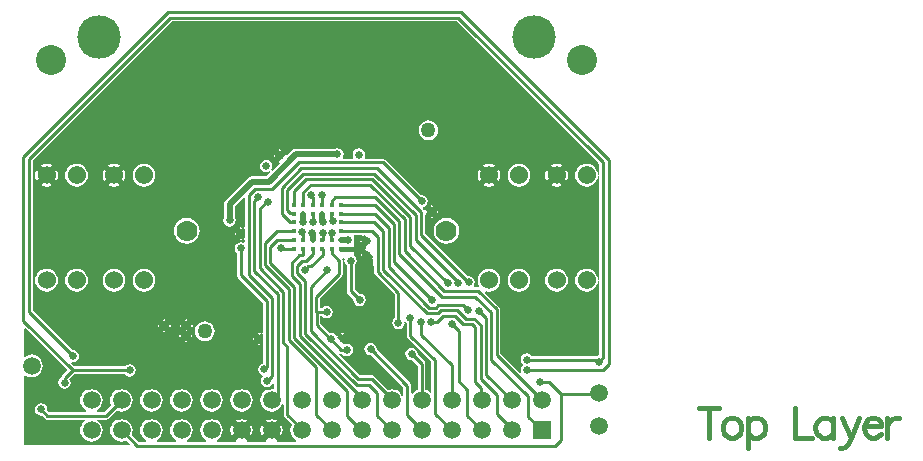
<source format=gtl>
%FSLAX23Y23*%
%MOIN*%
G70*
G01*
G75*
G04 Layer_Physical_Order=1*
G04 Layer_Color=255*
%ADD10C,0.016*%
%ADD11C,0.010*%
%ADD12C,0.020*%
%ADD13C,0.018*%
%ADD14C,0.015*%
%ADD15C,0.100*%
%ADD16C,0.145*%
%ADD17C,0.050*%
%ADD18C,0.070*%
%ADD19C,0.060*%
%ADD20O,0.060X0.061*%
%ADD21C,0.059*%
%ADD22C,0.059*%
%ADD23R,0.059X0.059*%
%ADD24C,0.025*%
G36*
X1153Y721D02*
X1159Y725D01*
X1162Y726D01*
X1174Y713D01*
X1167Y706D01*
X1174Y699D01*
X1162Y686D01*
X1166Y685D01*
Y680D01*
X1163Y680D01*
X1175Y667D01*
X1188Y655D01*
X1187Y652D01*
X1184Y648D01*
X1189Y646D01*
X1191Y603D01*
X1191Y603D01*
Y603D01*
X1191Y603D01*
X1191Y603D01*
Y603D01*
X1191D01*
X1192Y598D01*
X1195Y594D01*
X1260Y529D01*
Y449D01*
X1258Y448D01*
X1254Y441D01*
X1252Y433D01*
X1254Y425D01*
X1258Y418D01*
X1265Y414D01*
X1273Y412D01*
X1281Y414D01*
X1288Y418D01*
X1292Y425D01*
X1294Y433D01*
X1293Y435D01*
X1296Y436D01*
X1300Y433D01*
Y391D01*
X1301Y386D01*
X1304Y382D01*
X1383Y303D01*
Y202D01*
X1378Y200D01*
X1377Y202D01*
X1369Y208D01*
X1363Y210D01*
Y296D01*
X1362Y301D01*
X1360Y306D01*
X1360Y306D01*
X1360D01*
Y306D01*
X1360Y306D01*
X1360Y306D01*
X1337Y328D01*
X1338Y330D01*
X1336Y338D01*
X1332Y344D01*
X1325Y349D01*
X1317Y350D01*
X1309Y349D01*
X1302Y344D01*
X1298Y338D01*
X1296Y330D01*
X1298Y322D01*
X1302Y315D01*
X1309Y311D01*
X1317Y309D01*
X1319Y309D01*
X1337Y291D01*
Y210D01*
X1331Y208D01*
X1324Y202D01*
X1320Y197D01*
X1315Y198D01*
Y224D01*
X1314Y229D01*
X1311Y234D01*
X1311Y234D01*
X1311D01*
Y234D01*
X1311Y234D01*
X1311Y234D01*
X1200Y345D01*
X1201Y346D01*
X1199Y354D01*
X1195Y361D01*
X1188Y366D01*
X1180Y367D01*
X1172Y366D01*
X1165Y361D01*
X1161Y354D01*
X1159Y346D01*
X1161Y339D01*
X1165Y332D01*
X1172Y327D01*
X1180Y326D01*
X1182Y326D01*
X1289Y219D01*
Y192D01*
X1284Y191D01*
X1283Y194D01*
X1277Y202D01*
X1269Y208D01*
X1260Y211D01*
X1250Y213D01*
X1241Y211D01*
X1239Y211D01*
X1195Y254D01*
X1191Y257D01*
X1186Y258D01*
X1145D01*
X1075Y328D01*
X1078Y332D01*
X1083Y331D01*
X1085D01*
X1086Y328D01*
X1093Y324D01*
X1101Y322D01*
X1109Y324D01*
X1116Y328D01*
X1120Y335D01*
X1122Y343D01*
X1120Y351D01*
X1116Y358D01*
X1109Y362D01*
X1103Y363D01*
X1103Y364D01*
X1102Y364D01*
X1101Y364D01*
X1093Y362D01*
X1092Y361D01*
X1081Y372D01*
X1068Y384D01*
X1069Y387D01*
X1070Y389D01*
X1065D01*
X1062Y395D01*
X1055Y399D01*
X1047Y401D01*
X1044Y400D01*
X1013Y431D01*
Y456D01*
X1018D01*
X1019Y454D01*
X1026Y450D01*
X1034Y448D01*
X1042Y450D01*
X1049Y454D01*
X1053Y461D01*
X1055Y469D01*
X1053Y477D01*
X1049Y484D01*
X1042Y488D01*
X1034Y490D01*
X1026Y488D01*
X1019Y484D01*
X1018Y482D01*
X1011D01*
Y514D01*
X1083Y586D01*
X1083Y586D01*
X1083Y586D01*
X1086Y590D01*
X1087Y595D01*
Y641D01*
X1086Y646D01*
X1087Y648D01*
X1092Y649D01*
X1095Y646D01*
X1093Y641D01*
X1095Y633D01*
X1100Y626D01*
X1101Y625D01*
Y539D01*
X1101Y539D01*
X1101D01*
X1102Y534D01*
X1105Y530D01*
X1123Y512D01*
X1123Y510D01*
X1125Y502D01*
X1129Y495D01*
X1136Y491D01*
X1144Y489D01*
X1152Y491D01*
X1158Y495D01*
X1163Y502D01*
X1164Y510D01*
X1163Y518D01*
X1158Y525D01*
X1152Y529D01*
X1144Y531D01*
X1142Y530D01*
X1127Y545D01*
Y625D01*
X1129Y626D01*
X1133Y633D01*
X1135Y641D01*
X1133Y649D01*
X1129Y655D01*
X1125Y658D01*
Y703D01*
X1126Y709D01*
X1125Y715D01*
Y725D01*
X1133D01*
X1138Y726D01*
X1138Y726D01*
X1152D01*
X1153Y721D01*
D02*
G37*
G36*
X1943Y962D02*
Y927D01*
X1938Y927D01*
X1937Y935D01*
X1933Y944D01*
X1927Y952D01*
X1919Y958D01*
X1910Y962D01*
X1900Y964D01*
X1890Y962D01*
X1881Y958D01*
X1873Y952D01*
X1867Y944D01*
X1863Y935D01*
X1862Y925D01*
Y925D01*
X1863Y915D01*
X1867Y906D01*
X1873Y898D01*
X1881Y892D01*
X1890Y888D01*
X1900Y886D01*
X1910Y888D01*
X1919Y892D01*
X1927Y898D01*
X1933Y906D01*
X1937Y915D01*
X1938Y923D01*
X1943Y923D01*
Y577D01*
X1938Y577D01*
X1937Y585D01*
X1933Y594D01*
X1927Y602D01*
X1919Y608D01*
X1910Y612D01*
X1900Y614D01*
X1890Y612D01*
X1881Y608D01*
X1873Y602D01*
X1867Y594D01*
X1863Y585D01*
X1862Y575D01*
Y575D01*
X1863Y565D01*
X1867Y556D01*
X1873Y548D01*
X1881Y542D01*
X1890Y538D01*
X1900Y536D01*
X1910Y538D01*
X1919Y542D01*
X1927Y548D01*
X1933Y556D01*
X1937Y565D01*
X1938Y573D01*
X1943Y573D01*
Y325D01*
X1942Y325D01*
X1936Y324D01*
X1934Y324D01*
X1717D01*
X1716Y326D01*
X1709Y330D01*
X1701Y332D01*
X1693Y330D01*
X1686Y326D01*
X1682Y319D01*
X1680Y311D01*
X1682Y303D01*
X1686Y296D01*
X1688Y296D01*
Y290D01*
X1686Y290D01*
X1682Y283D01*
X1680Y275D01*
X1681Y269D01*
X1677Y267D01*
X1613Y330D01*
Y478D01*
X1612Y483D01*
X1609Y487D01*
X1609Y487D01*
X1609D01*
Y487D01*
X1609Y487D01*
X1609Y487D01*
X1563Y533D01*
X1565Y538D01*
X1575Y537D01*
X1585Y538D01*
X1594Y542D01*
X1602Y548D01*
X1608Y556D01*
X1612Y565D01*
X1613Y575D01*
X1612Y585D01*
X1608Y594D01*
X1602Y602D01*
X1594Y608D01*
X1585Y612D01*
X1575Y613D01*
X1565Y612D01*
X1556Y608D01*
X1548Y602D01*
X1542Y594D01*
X1538Y585D01*
X1537Y575D01*
X1538Y565D01*
X1542Y556D01*
X1539Y553D01*
X1538Y553D01*
X1526D01*
X1524Y557D01*
X1526Y560D01*
X1528Y568D01*
X1526Y576D01*
X1522Y583D01*
X1515Y587D01*
X1507Y589D01*
X1505Y588D01*
X1361Y732D01*
Y793D01*
X1366Y795D01*
X1365Y796D01*
X1364Y799D01*
X1370Y804D01*
X1364Y809D01*
X1364Y809D01*
X1359Y808D01*
X1357Y811D01*
X1354Y814D01*
X1356Y818D01*
X1358Y819D01*
X1365Y823D01*
X1369Y830D01*
X1371Y838D01*
X1369Y846D01*
X1365Y853D01*
X1358Y857D01*
X1350Y859D01*
X1348Y858D01*
X1229Y977D01*
X1225Y980D01*
X1220Y981D01*
X1162D01*
X1160Y985D01*
X1160Y986D01*
X1162Y994D01*
X1160Y1002D01*
X1156Y1009D01*
X1149Y1013D01*
X1141Y1015D01*
X1133Y1013D01*
X1126Y1009D01*
X1122Y1002D01*
X1120Y994D01*
X1122Y986D01*
X1122Y985D01*
X1120Y981D01*
X1089D01*
X1087Y985D01*
X1088Y987D01*
X1090Y995D01*
X1088Y1003D01*
X1084Y1010D01*
X1077Y1014D01*
X1069Y1016D01*
X1061Y1014D01*
X1060Y1013D01*
X932D01*
X925Y1012D01*
X919Y1008D01*
X903Y992D01*
X898Y993D01*
X898Y996D01*
X885Y984D01*
X873Y971D01*
X876Y971D01*
X877Y966D01*
X853Y941D01*
X849Y945D01*
X851Y948D01*
X853Y956D01*
X851Y964D01*
X847Y971D01*
X840Y975D01*
X832Y977D01*
X824Y975D01*
X817Y971D01*
X813Y964D01*
X811Y956D01*
X813Y948D01*
X817Y941D01*
X824Y937D01*
X832Y935D01*
X840Y937D01*
X843Y939D01*
X847Y935D01*
X833Y922D01*
X784D01*
X777Y921D01*
X771Y917D01*
X697Y843D01*
X693Y837D01*
X692Y830D01*
Y784D01*
X691Y783D01*
X689Y775D01*
X691Y767D01*
X695Y760D01*
X702Y756D01*
X710Y754D01*
X718Y756D01*
X725Y760D01*
X729Y767D01*
X731Y775D01*
X729Y783D01*
X728Y784D01*
Y822D01*
X756Y850D01*
X761Y849D01*
Y752D01*
X756Y750D01*
X761Y747D01*
Y732D01*
Y715D01*
X756Y712D01*
X761Y710D01*
Y703D01*
X756Y701D01*
X756Y701D01*
X748Y703D01*
X740Y701D01*
X733Y697D01*
X729Y690D01*
X727Y682D01*
X729Y674D01*
X733Y667D01*
X735Y666D01*
Y593D01*
X735Y593D01*
X735D01*
X736Y588D01*
X739Y584D01*
X821Y501D01*
Y401D01*
X817Y399D01*
X821Y396D01*
Y382D01*
Y364D01*
X817Y361D01*
X821Y359D01*
Y315D01*
X821Y313D01*
Y298D01*
X818Y297D01*
X811Y293D01*
X807Y286D01*
X805Y278D01*
X807Y270D01*
X811Y263D01*
X818Y259D01*
X818Y259D01*
X820Y254D01*
X816Y248D01*
X814Y240D01*
X816Y232D01*
X820Y225D01*
X827Y221D01*
X835Y219D01*
X843Y221D01*
X850Y225D01*
X853Y230D01*
X858Y229D01*
Y215D01*
X854Y212D01*
X850Y213D01*
X840Y211D01*
X831Y208D01*
X823Y202D01*
X817Y194D01*
X814Y185D01*
X812Y175D01*
X814Y165D01*
X817Y156D01*
X823Y148D01*
X831Y142D01*
X840Y139D01*
X850Y137D01*
X860Y139D01*
X869Y142D01*
X877Y148D01*
X883Y156D01*
X885Y162D01*
X890Y161D01*
Y127D01*
X890Y127D01*
X890D01*
X891Y122D01*
X894Y118D01*
X917Y94D01*
X917Y94D01*
X914Y85D01*
X912Y75D01*
X914Y65D01*
X917Y56D01*
X923Y48D01*
X931Y42D01*
X932Y42D01*
X931Y37D01*
X869D01*
X868Y42D01*
X869Y42D01*
X850Y61D01*
X831Y42D01*
X832Y42D01*
X831Y37D01*
X769D01*
X768Y42D01*
X769Y42D01*
X750Y61D01*
X731Y42D01*
X732Y42D01*
X731Y37D01*
X669D01*
X668Y42D01*
X669Y42D01*
X677Y48D01*
X683Y56D01*
X686Y65D01*
X688Y75D01*
X686Y85D01*
X683Y94D01*
X677Y102D01*
X669Y108D01*
X660Y111D01*
X650Y113D01*
X640Y111D01*
X631Y108D01*
X623Y102D01*
X617Y94D01*
X614Y85D01*
X612Y75D01*
X614Y65D01*
X617Y56D01*
X623Y48D01*
X631Y42D01*
X632Y42D01*
X631Y37D01*
X569D01*
X568Y42D01*
X569Y42D01*
X576Y48D01*
X582Y56D01*
X586Y65D01*
X587Y75D01*
X586Y85D01*
X582Y94D01*
X576Y102D01*
X569Y108D01*
X559Y111D01*
X550Y113D01*
X540Y111D01*
X531Y108D01*
X523Y102D01*
X517Y94D01*
X513Y85D01*
X512Y75D01*
X513Y65D01*
X517Y56D01*
X523Y48D01*
X531Y42D01*
X532Y42D01*
X531Y37D01*
X469D01*
X468Y42D01*
X469Y42D01*
X476Y48D01*
X482Y56D01*
X486Y65D01*
X487Y75D01*
X486Y85D01*
X482Y94D01*
X476Y102D01*
X469Y108D01*
X459Y111D01*
X450Y113D01*
X440Y111D01*
X431Y108D01*
X423Y102D01*
X417Y94D01*
X413Y85D01*
X412Y75D01*
X413Y65D01*
X417Y56D01*
X423Y48D01*
X431Y42D01*
X432Y42D01*
X431Y37D01*
X406D01*
X384Y60D01*
X386Y65D01*
X387Y75D01*
X386Y85D01*
X382Y94D01*
X376Y102D01*
X369Y108D01*
X359Y111D01*
X350Y113D01*
X340Y111D01*
X331Y108D01*
X323Y102D01*
X317Y94D01*
X313Y85D01*
X312Y75D01*
X313Y65D01*
X317Y56D01*
X323Y48D01*
X331Y42D01*
X340Y39D01*
X350Y37D01*
X359Y39D01*
X365Y41D01*
X377Y30D01*
X375Y25D01*
X25D01*
Y256D01*
X29Y259D01*
X31Y257D01*
X40Y254D01*
X50Y252D01*
X60Y254D01*
X69Y257D01*
X77Y263D01*
X83Y271D01*
X86Y280D01*
X88Y290D01*
X86Y300D01*
X83Y309D01*
X77Y317D01*
X69Y323D01*
X60Y326D01*
X50Y328D01*
X40Y326D01*
X31Y323D01*
X29Y321D01*
X25Y324D01*
Y413D01*
X30Y415D01*
X169Y275D01*
X151Y257D01*
X148Y253D01*
X147Y250D01*
X145Y249D01*
X141Y242D01*
X139Y234D01*
X141Y226D01*
X145Y219D01*
X152Y215D01*
X160Y213D01*
X168Y215D01*
X175Y219D01*
X179Y226D01*
X181Y234D01*
X179Y242D01*
X176Y246D01*
X192Y262D01*
X361D01*
X362Y260D01*
X369Y256D01*
X377Y254D01*
X385Y256D01*
X392Y260D01*
X396Y267D01*
X398Y275D01*
X396Y283D01*
X392Y290D01*
X385Y294D01*
X377Y296D01*
X369Y294D01*
X362Y290D01*
X361Y288D01*
X193D01*
X183Y298D01*
X186Y303D01*
X188Y302D01*
X196Y304D01*
X203Y308D01*
X207Y315D01*
X209Y323D01*
X207Y331D01*
X203Y337D01*
X196Y342D01*
X188Y344D01*
X185Y343D01*
X54Y475D01*
Y974D01*
X518Y1438D01*
X1467D01*
X1943Y962D01*
D02*
G37*
%LPC*%
G36*
X1088Y400D02*
X1083Y399D01*
X1088Y393D01*
X1093Y399D01*
X1088Y400D01*
D02*
G37*
G36*
X550Y411D02*
X549Y406D01*
X553Y408D01*
X551Y409D01*
X550Y411D01*
D02*
G37*
G36*
X513Y429D02*
X507Y424D01*
X513Y419D01*
X514Y424D01*
X513Y429D01*
D02*
G37*
G36*
X473D02*
X472Y424D01*
X473Y419D01*
X479Y424D01*
X473Y429D01*
D02*
G37*
G36*
X566Y410D02*
X563Y407D01*
X564Y405D01*
X567Y408D01*
X566Y410D01*
D02*
G37*
G36*
X493D02*
X488Y404D01*
X493Y403D01*
X498Y404D01*
X493Y410D01*
D02*
G37*
G36*
X579Y408D02*
X577Y407D01*
X579Y406D01*
Y408D01*
D02*
G37*
G36*
X809Y401D02*
X804Y400D01*
X809Y394D01*
X814Y400D01*
X809Y401D01*
D02*
G37*
G36*
X425Y614D02*
X415Y612D01*
X406Y608D01*
X398Y602D01*
X392Y594D01*
X388Y585D01*
X387Y575D01*
Y575D01*
X388Y565D01*
X392Y556D01*
X398Y548D01*
X406Y542D01*
X415Y538D01*
X425Y536D01*
X435Y538D01*
X444Y542D01*
X452Y548D01*
X458Y556D01*
X462Y565D01*
X463Y575D01*
Y575D01*
X462Y585D01*
X458Y594D01*
X452Y602D01*
X444Y608D01*
X435Y612D01*
X425Y614D01*
D02*
G37*
G36*
X200D02*
X190Y612D01*
X181Y608D01*
X173Y602D01*
X167Y594D01*
X163Y585D01*
X162Y575D01*
Y575D01*
X163Y565D01*
X167Y556D01*
X173Y548D01*
X181Y542D01*
X190Y538D01*
X200Y536D01*
X210Y538D01*
X219Y542D01*
X227Y548D01*
X233Y556D01*
X237Y565D01*
X238Y575D01*
Y575D01*
X237Y585D01*
X233Y594D01*
X227Y602D01*
X219Y608D01*
X210Y612D01*
X200Y614D01*
D02*
G37*
G36*
X100Y613D02*
X90Y612D01*
X81Y608D01*
X73Y602D01*
X67Y594D01*
X63Y585D01*
X62Y575D01*
X63Y565D01*
X67Y556D01*
X73Y548D01*
X81Y542D01*
X90Y538D01*
X100Y537D01*
X110Y538D01*
X119Y542D01*
X127Y548D01*
X133Y556D01*
X137Y565D01*
X138Y575D01*
X137Y585D01*
X133Y594D01*
X127Y602D01*
X119Y608D01*
X110Y612D01*
X100Y613D01*
D02*
G37*
G36*
X1675Y614D02*
X1665Y612D01*
X1656Y608D01*
X1648Y602D01*
X1642Y594D01*
X1638Y585D01*
X1637Y575D01*
Y575D01*
X1638Y565D01*
X1642Y556D01*
X1648Y548D01*
X1656Y542D01*
X1665Y538D01*
X1675Y536D01*
X1685Y538D01*
X1694Y542D01*
X1702Y548D01*
X1708Y556D01*
X1712Y565D01*
X1713Y575D01*
Y575D01*
X1712Y585D01*
X1708Y594D01*
X1702Y602D01*
X1694Y608D01*
X1685Y612D01*
X1675Y614D01*
D02*
G37*
G36*
X586Y429D02*
X580Y424D01*
X586Y419D01*
X587Y424D01*
X586Y429D01*
D02*
G37*
G36*
X546D02*
X545Y424D01*
X546Y419D01*
X552Y424D01*
X546Y429D01*
D02*
G37*
G36*
X566Y445D02*
X561Y444D01*
X566Y438D01*
X571Y444D01*
X566Y445D01*
D02*
G37*
G36*
X493D02*
X488Y444D01*
X493Y438D01*
X498Y444D01*
X493Y445D01*
D02*
G37*
G36*
X584Y396D02*
X578Y391D01*
X584Y386D01*
X585Y391D01*
X584Y396D01*
D02*
G37*
G36*
X850Y113D02*
X840Y111D01*
X831Y108D01*
X850Y89D01*
X869Y108D01*
X860Y111D01*
X850Y113D01*
D02*
G37*
G36*
X750D02*
X740Y111D01*
X731Y108D01*
X750Y89D01*
X769Y108D01*
X760Y111D01*
X750Y113D01*
D02*
G37*
G36*
X650Y213D02*
X640Y211D01*
X631Y208D01*
X623Y202D01*
X617Y194D01*
X614Y185D01*
X612Y175D01*
X614Y165D01*
X617Y156D01*
X623Y148D01*
X631Y142D01*
X640Y139D01*
X650Y137D01*
X660Y139D01*
X669Y142D01*
X677Y148D01*
X683Y156D01*
X686Y165D01*
X688Y175D01*
X686Y185D01*
X683Y194D01*
X677Y202D01*
X669Y208D01*
X660Y211D01*
X650Y213D01*
D02*
G37*
G36*
X350Y213D02*
X340Y211D01*
X331Y208D01*
X323Y202D01*
X317Y194D01*
X313Y185D01*
X312Y175D01*
X313Y165D01*
X316Y160D01*
X293Y137D01*
X269D01*
X268Y142D01*
X269Y142D01*
X276Y148D01*
X282Y156D01*
X286Y165D01*
X287Y175D01*
X286Y185D01*
X282Y194D01*
X276Y202D01*
X269Y208D01*
X259Y211D01*
X250Y213D01*
X240Y211D01*
X231Y208D01*
X223Y202D01*
X217Y194D01*
X213Y185D01*
X212Y175D01*
X213Y165D01*
X217Y156D01*
X223Y148D01*
X231Y142D01*
X232Y142D01*
X231Y137D01*
X117D01*
X116Y137D01*
X116Y137D01*
X108D01*
X102Y143D01*
X103Y145D01*
X101Y153D01*
X97Y160D01*
X90Y164D01*
X82Y166D01*
X74Y164D01*
X67Y160D01*
X63Y153D01*
X61Y145D01*
X63Y137D01*
X67Y130D01*
X74Y126D01*
X82Y124D01*
X84Y125D01*
X94Y115D01*
D01*
X94D01*
X94Y115D01*
X94Y115D01*
X94D01*
D01*
X94D01*
X94Y115D01*
Y115D01*
X94Y115D01*
Y115D01*
X98Y112D01*
X103Y111D01*
X116D01*
X116Y111D01*
X117Y111D01*
X227D01*
X229Y106D01*
X223Y102D01*
X217Y94D01*
X213Y85D01*
X212Y75D01*
X213Y65D01*
X217Y56D01*
X223Y48D01*
X231Y42D01*
X240Y39D01*
X250Y37D01*
X259Y39D01*
X269Y42D01*
X276Y48D01*
X282Y56D01*
X286Y65D01*
X287Y75D01*
X286Y85D01*
X282Y94D01*
X276Y102D01*
X269Y108D01*
X269Y111D01*
X299D01*
X304Y112D01*
X308Y115D01*
Y115D01*
X308D01*
D01*
D01*
D01*
D01*
D01*
D01*
X308D01*
D01*
X308D01*
Y115D01*
D01*
D01*
D01*
D01*
Y115D01*
D01*
D01*
D01*
D01*
D01*
D01*
Y115D01*
D01*
D01*
X308D01*
D01*
D01*
D01*
X334Y141D01*
X340Y139D01*
X350Y137D01*
X359Y139D01*
X369Y142D01*
X376Y148D01*
X382Y156D01*
X386Y165D01*
X387Y175D01*
X386Y185D01*
X382Y194D01*
X376Y202D01*
X369Y208D01*
X359Y211D01*
X350Y213D01*
D02*
G37*
G36*
X783Y94D02*
X764Y75D01*
X783Y56D01*
X786Y65D01*
X788Y75D01*
X786Y85D01*
X783Y94D01*
D02*
G37*
G36*
X717D02*
X714Y85D01*
X712Y75D01*
X714Y65D01*
X717Y56D01*
X736Y75D01*
X717Y94D01*
D02*
G37*
G36*
X883D02*
X864Y75D01*
X883Y56D01*
X886Y65D01*
X888Y75D01*
X886Y85D01*
X883Y94D01*
D02*
G37*
G36*
X817D02*
X814Y85D01*
X812Y75D01*
X814Y65D01*
X817Y56D01*
X836Y75D01*
X817Y94D01*
D02*
G37*
G36*
X750Y213D02*
X740Y211D01*
X731Y208D01*
X723Y202D01*
X717Y194D01*
X714Y185D01*
X712Y175D01*
X714Y165D01*
X717Y156D01*
X723Y148D01*
X731Y142D01*
X740Y139D01*
X750Y137D01*
X760Y139D01*
X769Y142D01*
X777Y148D01*
X783Y156D01*
X786Y165D01*
X788Y175D01*
X786Y185D01*
X783Y194D01*
X777Y202D01*
X769Y208D01*
X760Y211D01*
X750Y213D01*
D02*
G37*
G36*
X1108Y384D02*
X1102Y379D01*
X1108Y374D01*
X1109Y379D01*
X1108Y384D01*
D02*
G37*
G36*
X627Y438D02*
X618Y437D01*
X610Y434D01*
X604Y428D01*
X598Y422D01*
X595Y414D01*
X594Y405D01*
X595Y396D01*
X598Y388D01*
X604Y382D01*
X610Y376D01*
X618Y373D01*
X627Y372D01*
X636Y373D01*
X644Y376D01*
X650Y382D01*
X656Y388D01*
X659Y396D01*
X660Y405D01*
X659Y414D01*
X656Y422D01*
X650Y428D01*
X644Y434D01*
X636Y437D01*
X627Y438D01*
D02*
G37*
G36*
X544Y396D02*
X543Y391D01*
X544Y386D01*
X550Y391D01*
X544Y396D01*
D02*
G37*
G36*
X789Y385D02*
X788Y380D01*
X789Y375D01*
X795Y380D01*
X789Y385D01*
D02*
G37*
G36*
X550Y213D02*
X540Y211D01*
X531Y208D01*
X523Y202D01*
X517Y194D01*
X513Y185D01*
X512Y175D01*
X513Y165D01*
X517Y156D01*
X523Y148D01*
X531Y142D01*
X540Y139D01*
X550Y137D01*
X559Y139D01*
X569Y142D01*
X576Y148D01*
X582Y156D01*
X586Y165D01*
X587Y175D01*
X586Y185D01*
X582Y194D01*
X576Y202D01*
X569Y208D01*
X559Y211D01*
X550Y213D01*
D02*
G37*
G36*
X450D02*
X440Y211D01*
X431Y208D01*
X423Y202D01*
X417Y194D01*
X413Y185D01*
X412Y175D01*
X413Y165D01*
X417Y156D01*
X423Y148D01*
X431Y142D01*
X440Y139D01*
X450Y137D01*
X459Y139D01*
X469Y142D01*
X476Y148D01*
X482Y156D01*
X486Y165D01*
X487Y175D01*
X486Y185D01*
X482Y194D01*
X476Y202D01*
X469Y208D01*
X459Y211D01*
X450Y213D01*
D02*
G37*
G36*
X564Y377D02*
X559Y371D01*
X564Y370D01*
X569Y371D01*
X564Y377D01*
D02*
G37*
G36*
X809Y366D02*
X804Y360D01*
X809Y359D01*
X814Y360D01*
X809Y366D01*
D02*
G37*
G36*
X358Y944D02*
X339Y925D01*
X358Y906D01*
X362Y915D01*
X363Y925D01*
X362Y935D01*
X358Y944D01*
D02*
G37*
G36*
X292D02*
X288Y935D01*
X287Y925D01*
X288Y915D01*
X292Y906D01*
X311Y925D01*
X292Y944D01*
D02*
G37*
G36*
X1608D02*
X1589Y925D01*
X1608Y906D01*
X1612Y915D01*
X1613Y925D01*
X1612Y935D01*
X1608Y944D01*
D02*
G37*
G36*
X1542D02*
X1538Y935D01*
X1537Y925D01*
X1538Y915D01*
X1542Y906D01*
X1561Y925D01*
X1542Y944D01*
D02*
G37*
G36*
X1800Y911D02*
X1781Y892D01*
X1790Y888D01*
X1800Y887D01*
X1810Y888D01*
X1819Y892D01*
X1800Y911D01*
D02*
G37*
G36*
X1575D02*
X1556Y892D01*
X1565Y888D01*
X1575Y887D01*
X1585Y888D01*
X1594Y892D01*
X1575Y911D01*
D02*
G37*
G36*
X133Y944D02*
X114Y925D01*
X133Y906D01*
X137Y915D01*
X138Y925D01*
X137Y935D01*
X133Y944D01*
D02*
G37*
G36*
X67D02*
X63Y935D01*
X62Y925D01*
X63Y915D01*
X67Y906D01*
X86Y925D01*
X67Y944D01*
D02*
G37*
G36*
X1767D02*
X1763Y935D01*
X1762Y925D01*
X1763Y915D01*
X1767Y906D01*
X1786Y925D01*
X1767Y944D01*
D02*
G37*
G36*
X858Y996D02*
X857Y991D01*
X858Y986D01*
X864Y991D01*
X858Y996D01*
D02*
G37*
G36*
X1800Y963D02*
X1790Y962D01*
X1781Y958D01*
X1800Y939D01*
X1819Y958D01*
X1810Y962D01*
X1800Y963D01*
D02*
G37*
G36*
X1373Y1108D02*
X1364Y1107D01*
X1356Y1104D01*
X1350Y1098D01*
X1344Y1092D01*
X1341Y1084D01*
X1340Y1075D01*
X1341Y1066D01*
X1344Y1058D01*
X1350Y1052D01*
X1356Y1046D01*
X1364Y1043D01*
X1373Y1042D01*
X1382Y1043D01*
X1390Y1046D01*
X1396Y1052D01*
X1402Y1058D01*
X1405Y1066D01*
X1406Y1075D01*
X1405Y1084D01*
X1402Y1092D01*
X1396Y1098D01*
X1390Y1104D01*
X1382Y1107D01*
X1373Y1108D01*
D02*
G37*
G36*
X878Y1012D02*
X873Y1011D01*
X878Y1005D01*
X883Y1011D01*
X878Y1012D01*
D02*
G37*
G36*
X100Y963D02*
X90Y962D01*
X81Y958D01*
X100Y939D01*
X119Y958D01*
X110Y962D01*
X100Y963D01*
D02*
G37*
G36*
X1833Y944D02*
X1814Y925D01*
X1833Y906D01*
X1837Y915D01*
X1838Y925D01*
X1837Y935D01*
X1833Y944D01*
D02*
G37*
G36*
X1575Y963D02*
X1565Y962D01*
X1556Y958D01*
X1575Y939D01*
X1594Y958D01*
X1585Y962D01*
X1575Y963D01*
D02*
G37*
G36*
X325D02*
X315Y962D01*
X306Y958D01*
X325Y939D01*
X344Y958D01*
X335Y962D01*
X325Y963D01*
D02*
G37*
G36*
Y911D02*
X306Y892D01*
X315Y888D01*
X325Y887D01*
X335Y888D01*
X344Y892D01*
X325Y911D01*
D02*
G37*
G36*
X1433Y783D02*
X1422Y782D01*
X1411Y777D01*
X1402Y771D01*
X1396Y762D01*
X1391Y751D01*
X1390Y740D01*
X1391Y729D01*
X1396Y718D01*
X1402Y709D01*
X1411Y703D01*
X1422Y698D01*
X1433Y697D01*
X1444Y698D01*
X1455Y703D01*
X1464Y709D01*
X1470Y718D01*
X1475Y729D01*
X1476Y740D01*
X1475Y751D01*
X1470Y762D01*
X1464Y771D01*
X1455Y777D01*
X1444Y782D01*
X1433Y783D01*
D02*
G37*
G36*
X567D02*
X556Y782D01*
X545Y777D01*
X536Y771D01*
X530Y762D01*
X525Y751D01*
X524Y740D01*
X525Y729D01*
X530Y718D01*
X536Y709D01*
X545Y703D01*
X556Y698D01*
X567Y697D01*
X578Y698D01*
X589Y703D01*
X598Y709D01*
X604Y718D01*
X609Y729D01*
X610Y740D01*
X609Y751D01*
X604Y762D01*
X598Y771D01*
X589Y777D01*
X578Y782D01*
X567Y783D01*
D02*
G37*
G36*
X748Y717D02*
X743Y711D01*
X748Y710D01*
X753Y711D01*
X748Y717D01*
D02*
G37*
G36*
X1147Y711D02*
X1146Y706D01*
X1147Y701D01*
X1153Y706D01*
X1147Y711D01*
D02*
G37*
G36*
X1800Y613D02*
X1790Y612D01*
X1781Y608D01*
X1773Y602D01*
X1767Y594D01*
X1763Y585D01*
X1762Y575D01*
X1763Y565D01*
X1767Y556D01*
X1773Y548D01*
X1781Y542D01*
X1790Y538D01*
X1800Y537D01*
X1810Y538D01*
X1819Y542D01*
X1827Y548D01*
X1833Y556D01*
X1837Y565D01*
X1838Y575D01*
X1837Y585D01*
X1833Y594D01*
X1827Y602D01*
X1819Y608D01*
X1810Y612D01*
X1800Y613D01*
D02*
G37*
G36*
X325D02*
X315Y612D01*
X306Y608D01*
X298Y602D01*
X292Y594D01*
X288Y585D01*
X287Y575D01*
X288Y565D01*
X292Y556D01*
X298Y548D01*
X306Y542D01*
X315Y538D01*
X325Y537D01*
X335Y538D01*
X344Y542D01*
X352Y548D01*
X358Y556D01*
X362Y565D01*
X363Y575D01*
X362Y585D01*
X358Y594D01*
X352Y602D01*
X344Y608D01*
X335Y612D01*
X325Y613D01*
D02*
G37*
G36*
X1148Y665D02*
X1147Y660D01*
X1148Y655D01*
X1154Y660D01*
X1148Y665D01*
D02*
G37*
G36*
X1168Y646D02*
X1163Y640D01*
X1168Y639D01*
X1173Y640D01*
X1168Y646D01*
D02*
G37*
G36*
X728Y736D02*
X727Y731D01*
X728Y726D01*
X734Y731D01*
X728Y736D01*
D02*
G37*
G36*
X425Y964D02*
X415Y962D01*
X406Y958D01*
X398Y952D01*
X392Y944D01*
X388Y935D01*
X387Y925D01*
Y925D01*
X388Y915D01*
X392Y906D01*
X398Y898D01*
X406Y892D01*
X415Y888D01*
X425Y886D01*
X435Y888D01*
X444Y892D01*
X452Y898D01*
X458Y906D01*
X462Y915D01*
X463Y925D01*
Y925D01*
X462Y935D01*
X458Y944D01*
X452Y952D01*
X444Y958D01*
X435Y962D01*
X425Y964D01*
D02*
G37*
G36*
X200D02*
X190Y962D01*
X181Y958D01*
X173Y952D01*
X167Y944D01*
X163Y935D01*
X162Y925D01*
Y925D01*
X163Y915D01*
X167Y906D01*
X173Y898D01*
X181Y892D01*
X190Y888D01*
X200Y886D01*
X210Y888D01*
X219Y892D01*
X227Y898D01*
X233Y906D01*
X237Y915D01*
X238Y925D01*
Y925D01*
X237Y935D01*
X233Y944D01*
X227Y952D01*
X219Y958D01*
X210Y962D01*
X200Y964D01*
D02*
G37*
G36*
X100Y911D02*
X81Y892D01*
X90Y888D01*
X100Y887D01*
X110Y888D01*
X119Y892D01*
X100Y911D01*
D02*
G37*
G36*
X1675Y964D02*
X1665Y962D01*
X1656Y958D01*
X1648Y952D01*
X1642Y944D01*
X1638Y935D01*
X1637Y925D01*
Y925D01*
X1638Y915D01*
X1642Y906D01*
X1648Y898D01*
X1656Y892D01*
X1665Y888D01*
X1675Y886D01*
X1685Y888D01*
X1694Y892D01*
X1702Y898D01*
X1708Y906D01*
X1712Y915D01*
X1713Y925D01*
Y925D01*
X1712Y935D01*
X1708Y944D01*
X1702Y952D01*
X1694Y958D01*
X1685Y962D01*
X1675Y964D01*
D02*
G37*
G36*
X1384Y790D02*
X1379Y784D01*
X1384Y783D01*
X1389Y784D01*
X1384Y790D01*
D02*
G37*
G36*
X748Y752D02*
X743Y751D01*
X748Y745D01*
X753Y751D01*
X748Y752D01*
D02*
G37*
G36*
X1384Y825D02*
X1379Y824D01*
X1384Y818D01*
X1389Y824D01*
X1384Y825D01*
D02*
G37*
G36*
X1404Y809D02*
X1398Y804D01*
X1404Y799D01*
X1405Y804D01*
X1404Y809D01*
D02*
G37*
%LPD*%
D10*
X925Y679D02*
D03*
X956D02*
D03*
X988D02*
D03*
X1019D02*
D03*
X1051D02*
D03*
X1082Y709D02*
D03*
X1051D02*
D03*
X988D02*
D03*
X956D02*
D03*
X925D02*
D03*
X1082Y738D02*
D03*
X925D02*
D03*
X1082Y768D02*
D03*
X925D02*
D03*
X1082Y797D02*
D03*
X1051D02*
D03*
X1019D02*
D03*
X988D02*
D03*
X956D02*
D03*
X925D02*
D03*
X1082Y827D02*
D03*
X1051D02*
D03*
X1019D02*
D03*
X988D02*
D03*
X956D02*
D03*
X925D02*
D03*
X1082Y679D02*
D03*
X1019Y709D02*
D03*
D11*
X41Y469D02*
Y980D01*
X512Y1451D01*
X1473D01*
X1956Y968D01*
Y318D02*
Y968D01*
X1942Y304D02*
X1956Y318D01*
X505Y1469D02*
X1480D01*
X1974Y975D01*
X852Y178D02*
X853Y177D01*
X871Y197D02*
Y358D01*
X870Y359D02*
X871Y358D01*
X870Y359D02*
Y528D01*
X998Y127D02*
Y285D01*
X908Y375D02*
X998Y285D01*
X908Y375D02*
Y545D01*
X926Y382D02*
Y553D01*
Y382D02*
X1101Y207D01*
X935Y599D02*
X962Y572D01*
X1220Y968D02*
X1350Y838D01*
X117Y124D02*
X299D01*
X350Y175D01*
X980Y405D02*
X1139Y245D01*
X980Y554D02*
X1036Y610D01*
X980Y405D02*
Y554D01*
X962Y397D02*
Y572D01*
X935Y599D02*
Y623D01*
X952Y640D01*
X944Y390D02*
Y562D01*
X917Y634D02*
X941Y658D01*
X998Y519D02*
X1074Y595D01*
X1317Y330D02*
X1350Y296D01*
Y175D02*
Y296D01*
X1180Y346D02*
X1302Y224D01*
Y125D02*
Y224D01*
Y125D02*
X1350Y77D01*
X1139Y245D02*
X1186D01*
X1251Y180D01*
Y175D02*
Y180D01*
X1175Y225D02*
X1201Y200D01*
X1201D01*
X1134Y225D02*
X1175D01*
X962Y397D02*
X1134Y225D01*
X944Y390D02*
X1002Y332D01*
X1114Y539D02*
X1144Y510D01*
X1114Y539D02*
Y641D01*
X982Y858D02*
X987Y853D01*
Y828D02*
Y853D01*
X1050Y709D02*
X1051Y711D01*
X1050Y709D02*
X1050Y709D01*
X1049Y712D02*
Y729D01*
Y772D02*
X1054Y773D01*
X953Y735D02*
X956Y734D01*
X1204Y603D02*
Y720D01*
Y603D02*
X1273Y534D01*
X1185Y739D02*
X1204Y720D01*
X1134Y739D02*
X1185D01*
X1273Y433D02*
Y534D01*
X1017Y860D02*
X1019Y862D01*
X903Y127D02*
X951Y79D01*
X903Y127D02*
Y353D01*
X998Y127D02*
X1050Y75D01*
X1101Y122D02*
Y207D01*
X1201Y124D02*
X1250Y75D01*
X1201Y124D02*
Y200D01*
X1312Y690D02*
Y787D01*
X1186Y913D02*
X1312Y787D01*
Y690D02*
X1437Y565D01*
X1258Y637D02*
Y764D01*
Y637D02*
X1385Y510D01*
X1196Y826D02*
X1258Y764D01*
X1396Y129D02*
X1450Y75D01*
X1193Y931D02*
X1330Y794D01*
Y708D02*
Y794D01*
X902Y877D02*
X956Y931D01*
X1240Y619D02*
Y751D01*
X1194Y797D02*
X1240Y751D01*
X1137Y797D02*
X1194D01*
X1503Y122D02*
X1550Y75D01*
X1201Y949D02*
X1348Y802D01*
X884Y884D02*
X949Y949D01*
X1348Y727D02*
Y802D01*
X1222Y611D02*
Y739D01*
Y611D02*
X1367Y466D01*
X1193Y768D02*
X1222Y739D01*
X1602Y130D02*
X1651Y81D01*
X1294Y672D02*
X1426Y540D01*
X1179Y894D02*
X1294Y779D01*
X1426Y540D02*
X1538D01*
X1294Y672D02*
Y779D01*
X1276Y664D02*
X1419Y521D01*
X1195Y852D02*
X1276Y772D01*
X1704Y121D02*
X1750Y75D01*
X1276Y664D02*
Y772D01*
X1419Y521D02*
X1529D01*
X1602Y130D02*
Y192D01*
X1547Y247D02*
X1602Y192D01*
X1565Y261D02*
X1650Y175D01*
X1565Y261D02*
Y448D01*
X1541Y472D02*
X1565Y448D01*
X1540Y472D02*
Y472D01*
X1704Y121D02*
Y189D01*
X1582Y311D02*
X1704Y189D01*
X1582Y311D02*
Y468D01*
X1529Y521D02*
X1582Y468D01*
X1600Y325D02*
X1750Y175D01*
X1600Y325D02*
Y478D01*
X1701Y275D02*
X1954D01*
X1974Y295D01*
Y975D01*
X1701Y311D02*
X1934D01*
X1941Y304D01*
X1538Y540D02*
X1600Y478D01*
X1526Y447D02*
X1547Y426D01*
Y247D02*
Y426D01*
X41Y469D02*
X188Y322D01*
X1814Y44D02*
Y197D01*
X1794Y24D02*
X1814Y44D01*
X1744Y235D02*
X1776D01*
X1814Y197D01*
X401Y24D02*
X1794D01*
X350Y75D02*
X401Y24D01*
X834Y314D02*
Y507D01*
X835Y240D02*
X852Y257D01*
Y275D01*
X852Y273D02*
Y516D01*
X826Y278D02*
X834Y286D01*
Y313D01*
X960Y610D02*
X972Y622D01*
X949Y949D02*
X1201D01*
X956Y931D02*
X1193D01*
X884Y795D02*
Y884D01*
Y795D02*
X911Y768D01*
X1348Y727D02*
X1506Y568D01*
X911Y768D02*
X925D01*
X902Y808D02*
Y877D01*
Y808D02*
X912Y798D01*
X924D01*
X925Y874D02*
X964Y913D01*
X925Y827D02*
Y874D01*
X964Y913D02*
X1186D01*
X956Y868D02*
X982Y894D01*
X956Y826D02*
Y868D01*
X982Y894D02*
X1179D01*
X1051Y840D02*
X1063Y852D01*
X1051Y827D02*
Y840D01*
X1063Y852D02*
X1195D01*
X1099Y827D02*
X1100Y826D01*
X1196D01*
X1085Y768D02*
X1193D01*
X1083Y738D02*
X1133D01*
X1134Y739D01*
X1050Y665D02*
X1074Y641D01*
Y595D02*
Y641D01*
X972Y622D02*
X982D01*
X1020Y660D01*
Y680D01*
X952Y640D02*
X965D01*
X988Y663D01*
Y679D01*
X941Y658D02*
X953D01*
X956Y661D01*
Y679D01*
X1002Y332D02*
X1155Y179D01*
X917Y588D02*
Y634D01*
X917Y589D02*
X944Y562D01*
X884Y679D02*
X924D01*
X881Y682D02*
X884Y679D01*
X748Y593D02*
Y681D01*
Y593D02*
X834Y507D01*
X774Y594D02*
X852Y516D01*
X774Y594D02*
Y858D01*
X792Y606D02*
X870Y528D01*
X810Y615D02*
X888Y537D01*
X828Y625D02*
X908Y545D01*
X828Y625D02*
Y699D01*
X867Y738D01*
X925D01*
X846Y633D02*
X926Y553D01*
X846Y686D02*
X869Y709D01*
X924D01*
X846Y633D02*
Y686D01*
X1101Y122D02*
X1150Y73D01*
X956Y709D02*
Y734D01*
X1053Y733D02*
X1053Y734D01*
X1049Y729D02*
X1054Y734D01*
X792Y840D02*
X806Y854D01*
X792Y606D02*
Y840D01*
X810Y615D02*
Y814D01*
X831Y835D01*
X839D01*
X774Y858D02*
X796Y880D01*
X853D01*
X941Y968D01*
X1049Y772D02*
Y797D01*
X940Y968D02*
X1220D01*
X888Y368D02*
X903Y353D01*
X988Y770D02*
Y797D01*
X888Y367D02*
Y537D01*
X849Y175D02*
X871Y197D01*
X1019Y826D02*
Y862D01*
X1020Y710D02*
Y734D01*
X1814Y197D02*
X1936D01*
X1939Y200D01*
X82Y145D02*
X82Y145D01*
X103Y124D02*
X116D01*
X82Y145D02*
X103Y124D01*
X1396Y129D02*
Y308D01*
X1313Y391D02*
X1396Y308D01*
X1313Y391D02*
Y451D01*
X1450Y175D02*
Y292D01*
X1348Y394D02*
X1450Y292D01*
X1348Y394D02*
Y436D01*
X1349Y437D01*
X1503Y122D02*
Y209D01*
X1474Y238D02*
X1503Y209D01*
X1549Y177D02*
Y216D01*
X1528Y237D02*
X1549Y216D01*
X1528Y237D02*
Y420D01*
X1082Y827D02*
X1099D01*
X1382Y436D02*
X1401D01*
X1382Y435D02*
Y436D01*
X1330Y708D02*
X1470Y568D01*
X1451Y429D02*
X1474Y406D01*
X1451Y429D02*
Y431D01*
X1474Y238D02*
Y406D01*
X1401Y436D02*
X1422Y457D01*
X1461D01*
X1489Y429D01*
X1414Y475D02*
X1469D01*
X1497Y447D01*
X1526D01*
X1489Y429D02*
X1519D01*
X1519Y429D02*
X1528Y420D01*
X1489Y493D02*
X1506Y476D01*
X1406Y493D02*
X1489D01*
X1405Y466D02*
X1414Y475D01*
X1367Y466D02*
X1405D01*
X1397Y484D02*
X1406Y493D01*
X1375Y484D02*
X1397D01*
X1082Y797D02*
X1136D01*
X1240Y619D02*
X1375Y484D01*
X23Y440D02*
Y987D01*
X505Y1469D01*
X1148Y679D02*
X1166Y661D01*
X1168Y562D02*
Y660D01*
Y562D02*
X1184Y546D01*
Y459D02*
Y546D01*
X1152Y427D02*
X1184Y459D01*
X1047Y380D02*
X1083Y344D01*
X1100D01*
X998Y471D02*
Y519D01*
X1000Y426D02*
X1046Y380D01*
X1000Y426D02*
Y469D01*
X998Y471D02*
X1000Y469D01*
X1034D01*
X1050Y665D02*
Y679D01*
X1105Y379D02*
X1152Y426D01*
X1088Y379D02*
X1105D01*
X160Y234D02*
Y248D01*
X188Y275D02*
X377D01*
X160Y248D02*
X188Y276D01*
X23Y440D02*
X188Y275D01*
D12*
X988Y709D02*
Y730D01*
X988Y710D02*
X988Y709D01*
Y709D02*
X988Y709D01*
X986Y733D02*
X988Y730D01*
X1019Y797D02*
X1019Y796D01*
X1019Y771D02*
X1021Y769D01*
X1019Y771D02*
Y796D01*
X954Y769D02*
X956Y771D01*
Y796D01*
X1082Y709D02*
X1105D01*
X784Y904D02*
X841D01*
X932Y995D01*
X1069D01*
X710Y775D02*
Y830D01*
X784Y904D01*
D13*
X1082Y679D02*
X1148D01*
D14*
X2308Y150D02*
Y50D01*
X2275Y150D02*
X2342D01*
X2377Y117D02*
X2368Y112D01*
X2358Y102D01*
X2354Y88D01*
Y79D01*
X2358Y64D01*
X2368Y55D01*
X2377Y50D01*
X2392D01*
X2401Y55D01*
X2411Y64D01*
X2415Y79D01*
Y88D01*
X2411Y102D01*
X2401Y112D01*
X2392Y117D01*
X2377D01*
X2437D02*
Y17D01*
Y102D02*
X2447Y112D01*
X2456Y117D01*
X2471D01*
X2480Y112D01*
X2490Y102D01*
X2494Y88D01*
Y79D01*
X2490Y64D01*
X2480Y55D01*
X2471Y50D01*
X2456D01*
X2447Y55D01*
X2437Y64D01*
X2594Y150D02*
Y50D01*
X2652D01*
X2720Y117D02*
Y50D01*
Y102D02*
X2710Y112D01*
X2701Y117D01*
X2686D01*
X2677Y112D01*
X2667Y102D01*
X2663Y88D01*
Y79D01*
X2667Y64D01*
X2677Y55D01*
X2686Y50D01*
X2701D01*
X2710Y55D01*
X2720Y64D01*
X2751Y117D02*
X2780Y50D01*
X2808Y117D02*
X2780Y50D01*
X2770Y31D01*
X2761Y21D01*
X2751Y17D01*
X2746D01*
X2825Y88D02*
X2882D01*
Y98D01*
X2877Y107D01*
X2872Y112D01*
X2863Y117D01*
X2849D01*
X2839Y112D01*
X2830Y102D01*
X2825Y88D01*
Y79D01*
X2830Y64D01*
X2839Y55D01*
X2849Y50D01*
X2863D01*
X2872Y55D01*
X2882Y64D01*
X2903Y117D02*
Y50D01*
Y88D02*
X2908Y102D01*
X2918Y112D01*
X2927Y117D01*
X2942D01*
D15*
X1885Y1310D02*
D03*
X115D02*
D03*
D16*
X1725Y1385D02*
D03*
X275D02*
D03*
D17*
X1373Y1075D02*
D03*
X627Y405D02*
D03*
D18*
X1433Y740D02*
D03*
X567D02*
D03*
D19*
X1800Y575D02*
D03*
Y925D02*
D03*
X100Y575D02*
D03*
X325D02*
D03*
X100Y925D02*
D03*
X325D02*
D03*
X1575D02*
D03*
Y575D02*
D03*
D20*
X1900D02*
D03*
X200Y925D02*
D03*
X425D02*
D03*
X1675D02*
D03*
X425Y575D02*
D03*
X200D02*
D03*
X1900Y925D02*
D03*
X1675Y575D02*
D03*
D21*
X250Y175D02*
D03*
X350D02*
D03*
Y75D02*
D03*
X650Y175D02*
D03*
X750Y75D02*
D03*
X850Y175D02*
D03*
X950D02*
D03*
Y75D02*
D03*
X1050Y175D02*
D03*
X1150D02*
D03*
Y75D02*
D03*
X1250Y175D02*
D03*
X1350D02*
D03*
Y75D02*
D03*
X1450Y175D02*
D03*
X1550D02*
D03*
Y75D02*
D03*
X1650Y175D02*
D03*
X450Y175D02*
D03*
X550D02*
D03*
Y75D02*
D03*
X750Y175D02*
D03*
X1750Y175D02*
D03*
X50Y290D02*
D03*
X1940Y90D02*
D03*
Y200D02*
D03*
D22*
X250Y75D02*
D03*
X650Y75D02*
D03*
X850D02*
D03*
X1050D02*
D03*
X1250Y75D02*
D03*
X1450D02*
D03*
X1650D02*
D03*
X450Y75D02*
D03*
D23*
X1750Y75D02*
D03*
D24*
X377Y275D02*
D03*
X1942Y304D02*
D03*
X809Y380D02*
D03*
X564Y391D02*
D03*
X566Y424D02*
D03*
X493D02*
D03*
X1350Y838D02*
D03*
X82Y145D02*
D03*
X1036Y610D02*
D03*
X1034Y469D02*
D03*
X960Y610D02*
D03*
X748Y682D02*
D03*
X880D02*
D03*
X1101Y343D02*
D03*
X188Y323D02*
D03*
X1317Y330D02*
D03*
X1180Y346D02*
D03*
X1144Y510D02*
D03*
X1114Y641D02*
D03*
X986Y733D02*
D03*
X1021Y769D02*
D03*
X954D02*
D03*
X982Y858D02*
D03*
X1105Y709D02*
D03*
X987Y769D02*
D03*
X1054Y773D02*
D03*
X1053Y734D02*
D03*
X953Y735D02*
D03*
X1273Y433D02*
D03*
X1017Y860D02*
D03*
X1437Y565D02*
D03*
X1386Y510D02*
D03*
X1470Y567D02*
D03*
X1540Y472D02*
D03*
X1507Y568D02*
D03*
X1701Y275D02*
D03*
Y311D02*
D03*
X1744Y235D02*
D03*
X835Y240D02*
D03*
X826Y278D02*
D03*
X806Y854D02*
D03*
X839Y835D02*
D03*
X1141Y994D02*
D03*
X1069Y995D02*
D03*
X832Y956D02*
D03*
X878Y991D02*
D03*
X748Y731D02*
D03*
X710Y775D02*
D03*
X1168Y660D02*
D03*
X1020Y734D02*
D03*
X1313Y451D02*
D03*
X1349Y437D02*
D03*
X1382Y435D02*
D03*
X1451Y431D02*
D03*
X1506Y476D02*
D03*
X1167Y706D02*
D03*
X1384Y804D02*
D03*
X1047Y380D02*
D03*
X1088Y379D02*
D03*
X160Y234D02*
D03*
M02*

</source>
